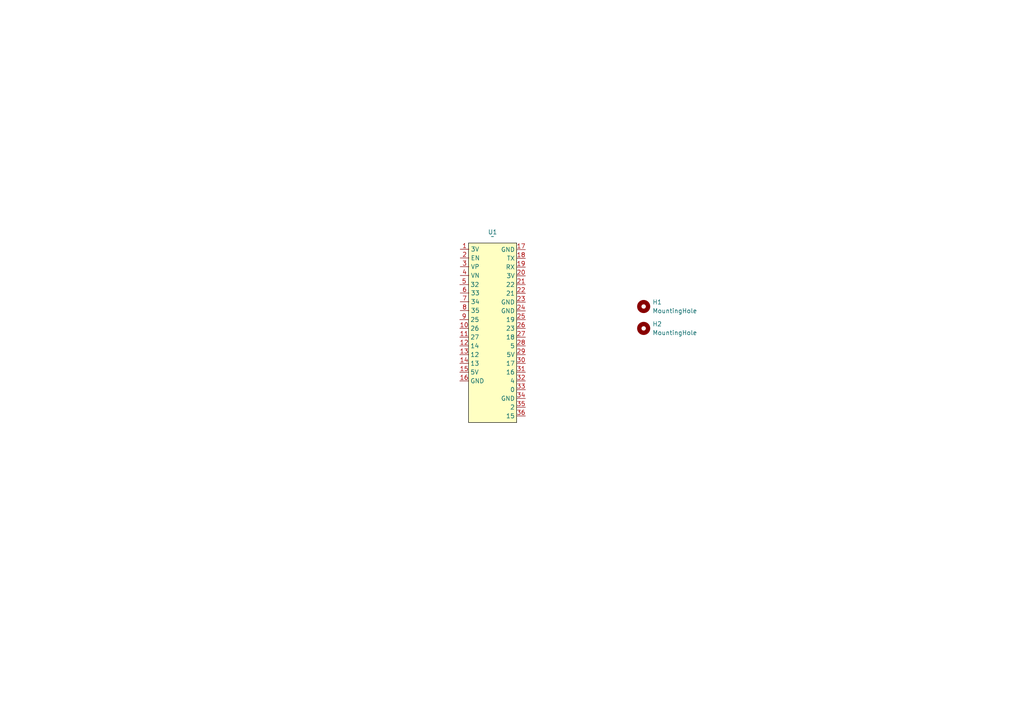
<source format=kicad_sch>
(kicad_sch (version 20231120) (generator "eeschema") (generator_version "8.0")
  (paper "A4")
  (lib_symbols
    (symbol "Library:LOLIN32"
      (property "Reference" "U" (at 0 -27.432 0))
      (symbol "LOLIN32_1_1"
        (rectangle (start -7.62 26.035) (end 6.35 -26.035) (stroke (width 0) (color 0 0 0 1)) (fill (type background)))
        (pin input line (at -10.0301 24.234 0) (length 2.54) (name "3V") (number "1"))
        (pin input line (at -10.16 1.27 0) (length 2.54) (name "26") (number "10"))
        (pin input line (at -10.16 -1.27 0) (length 2.54) (name "27") (number "11"))
        (pin input line (at -10.16 -3.81 0) (length 2.54) (name "14") (number "12"))
        (pin input line (at -10.16 -6.35 0) (length 2.54) (name "12") (number "13"))
        (pin input line (at -10.16 -8.89 0) (length 2.54) (name "13") (number "14"))
        (pin input line (at -10.16 -11.43 0) (length 2.54) (name "5V") (number "15"))
        (pin input line (at -10.16 -13.97 0) (length 2.54) (name "GND") (number "16"))
        (pin input line (at 8.89 24.13 180) (length 2.54) (name "GND") (number "17"))
        (pin input line (at 8.89 21.59 180) (length 2.54) (name "TX") (number "18"))
        (pin input line (at 8.89 19.05 180) (length 2.54) (name "RX") (number "19"))
        (pin input line (at -10.0301 21.694 0) (length 2.54) (name "EN") (number "2"))
        (pin input line (at 8.89 16.51 180) (length 2.54) (name "3V") (number "20"))
        (pin input line (at 8.89 13.97 180) (length 2.54) (name "22") (number "21"))
        (pin input line (at 8.89 11.43 180) (length 2.54) (name "21") (number "22"))
        (pin input line (at 8.89 8.89 180) (length 2.54) (name "GND") (number "23"))
        (pin input line (at 8.89 6.35 180) (length 2.54) (name "GND") (number "24"))
        (pin input line (at 8.89 3.81 180) (length 2.54) (name "19") (number "25"))
        (pin input line (at 8.89 1.27 180) (length 2.54) (name "23") (number "26"))
        (pin input line (at 8.89 -1.27 180) (length 2.54) (name "18") (number "27"))
        (pin input line (at 8.89 -3.81 180) (length 2.54) (name "5") (number "28"))
        (pin input line (at 8.89 -6.35 180) (length 2.54) (name "5V") (number "29"))
        (pin input line (at -10.0301 19.154 0) (length 2.54) (name "VP") (number "3"))
        (pin input line (at 8.89 -8.89 180) (length 2.54) (name "17") (number "30"))
        (pin input line (at 8.89 -11.43 180) (length 2.54) (name "16") (number "31"))
        (pin input line (at 8.89 -13.97 180) (length 2.54) (name "4") (number "32"))
        (pin input line (at 8.89 -16.51 180) (length 2.54) (name "0") (number "33"))
        (pin input line (at 8.89 -19.05 180) (length 2.54) (name "GND") (number "34"))
        (pin input line (at 8.89 -21.59 180) (length 2.54) (name "2") (number "35"))
        (pin input line (at 8.89 -24.13 180) (length 2.54) (name "15") (number "36"))
        (pin input line (at -10.0301 16.614 0) (length 2.54) (name "VN") (number "4"))
        (pin input line (at -10.16 13.97 0) (length 2.54) (name "32") (number "5"))
        (pin input line (at -10.0301 11.534 0) (length 2.54) (name "33") (number "6"))
        (pin input line (at -10.0301 8.994 0) (length 2.54) (name "34") (number "7"))
        (pin input line (at -10.0301 6.454 0) (length 2.54) (name "35") (number "8"))
        (pin input line (at -10.16 3.81 0) (length 2.54) (name "25") (number "9"))
      )
    )
    (symbol "Mechanical:MountingHole" (pin_names (offset 1.016)) (exclude_from_sim yes) (in_bom no)
      (property "Reference" "H" (at 0 5.08 0))
      (property "Value" "MountingHole" (at 0 3.175 0))
      (symbol "MountingHole_0_1"
        (circle (center 0 0) (radius 1.27) (stroke (width 1.27)))
      )
    )
  )
  (symbol (lib_id "Mechanical:MountingHole") (at 186.69 88.9 0) (unit 1) (exclude_from_sim yes) (in_bom no)
    (property "Reference" "H1" (at 189.23 87.6299 0) (effects (justify left)))
    (property "Value" "MountingHole" (at 189.23 90.1699 0) (effects (justify left)))
    (property "Footprint" "MountingHole:MountingHole_2.7mm" (effects (hide yes)))
    (property "Description" "Mounting Hole without connection" (effects (hide yes)))
  )
  (symbol (lib_id "Mechanical:MountingHole") (at 186.69 95.25 0) (unit 1) (exclude_from_sim yes) (in_bom no)
    (property "Reference" "H2" (at 189.23 93.9799 0) (effects (justify left)))
    (property "Value" "MountingHole" (at 189.23 96.5199 0) (effects (justify left)))
    (property "Footprint" "MountingHole:MountingHole_2.7mm" (effects (hide yes)))
    (property "Description" "Mounting Hole without connection" (effects (hide yes)))
  )
  (symbol (lib_id "Library:LOLIN32") (at 143.51 96.52 0) (unit 1)
    (property "Reference" "U1" (at 142.875 67.31 0))
    (property "Value" "~" (at 142.875 68.58 0))
    (property "Footprint" "Library:LOLIN32" (effects (hide yes)))
  )
)
</source>
